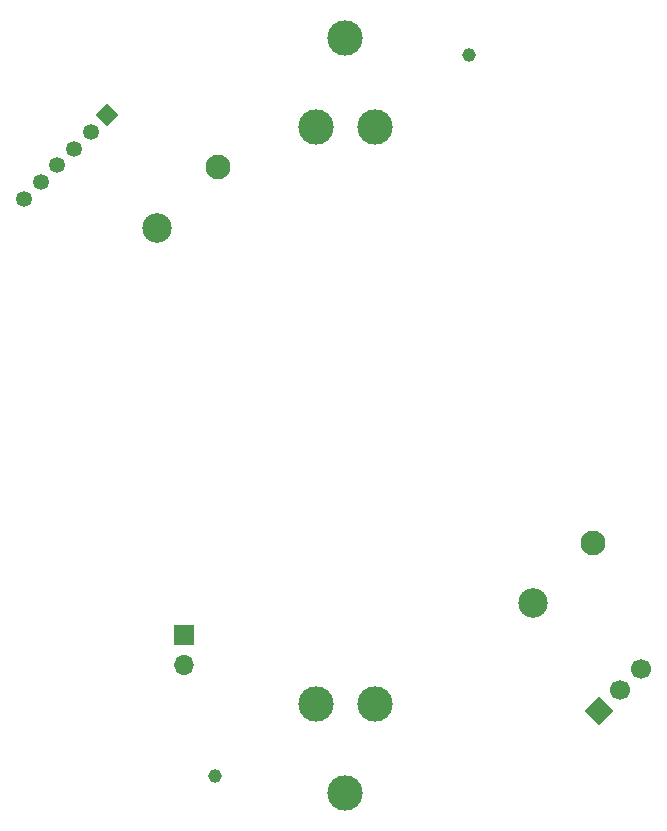
<source format=gbs>
%TF.GenerationSoftware,KiCad,Pcbnew,7.0.7*%
%TF.CreationDate,2023-09-11T21:54:18+02:00*%
%TF.ProjectId,blinkekatze,626c696e-6b65-46b6-9174-7a652e6b6963,rev?*%
%TF.SameCoordinates,Original*%
%TF.FileFunction,Soldermask,Bot*%
%TF.FilePolarity,Negative*%
%FSLAX46Y46*%
G04 Gerber Fmt 4.6, Leading zero omitted, Abs format (unit mm)*
G04 Created by KiCad (PCBNEW 7.0.7) date 2023-09-11 21:54:18*
%MOMM*%
%LPD*%
G01*
G04 APERTURE LIST*
G04 Aperture macros list*
%AMHorizOval*
0 Thick line with rounded ends*
0 $1 width*
0 $2 $3 position (X,Y) of the first rounded end (center of the circle)*
0 $4 $5 position (X,Y) of the second rounded end (center of the circle)*
0 Add line between two ends*
20,1,$1,$2,$3,$4,$5,0*
0 Add two circle primitives to create the rounded ends*
1,1,$1,$2,$3*
1,1,$1,$4,$5*%
%AMRotRect*
0 Rectangle, with rotation*
0 The origin of the aperture is its center*
0 $1 length*
0 $2 width*
0 $3 Rotation angle, in degrees counterclockwise*
0 Add horizontal line*
21,1,$1,$2,0,0,$3*%
G04 Aperture macros list end*
%ADD10RotRect,1.700000X1.700000X135.000000*%
%ADD11HorizOval,1.700000X0.000000X0.000000X0.000000X0.000000X0*%
%ADD12C,2.500000*%
%ADD13RotRect,1.350000X1.350000X315.000000*%
%ADD14HorizOval,1.350000X0.000000X0.000000X0.000000X0.000000X0*%
%ADD15C,2.100000*%
%ADD16R,1.700000X1.700000*%
%ADD17O,1.700000X1.700000*%
%ADD18C,1.152000*%
%ADD19C,3.000000*%
G04 APERTURE END LIST*
D10*
%TO.C,J3*%
X121477498Y-125054902D03*
D11*
X123273549Y-123258851D03*
X125069600Y-121462800D03*
%TD*%
D12*
%TO.C,H3*%
X84090097Y-84090097D03*
%TD*%
D13*
%TO.C,J2*%
X79848427Y-74571573D03*
D14*
X78434213Y-75985787D03*
X77020000Y-77400000D03*
X75605786Y-78814214D03*
X74191573Y-80228427D03*
X72777359Y-81642641D03*
%TD*%
D15*
%TO.C,H2*%
X121001169Y-110818831D03*
%TD*%
D16*
%TO.C,J1*%
X86350000Y-118575000D03*
D17*
X86350000Y-121115000D03*
%TD*%
D15*
%TO.C,H1*%
X89181266Y-78998928D03*
%TD*%
D12*
%TO.C,H4*%
X115910000Y-115910000D03*
%TD*%
D18*
%TO.C,H5*%
X89000000Y-130500000D03*
%TD*%
%TO.C,H6*%
X110500000Y-69500000D03*
%TD*%
D19*
%TO.C,BTT2*%
X102500000Y-124400000D03*
X97500000Y-124400000D03*
X100000000Y-132000000D03*
%TD*%
%TO.C,BTT1*%
X97500000Y-75600000D03*
X102500000Y-75600000D03*
X100000000Y-68000000D03*
%TD*%
M02*

</source>
